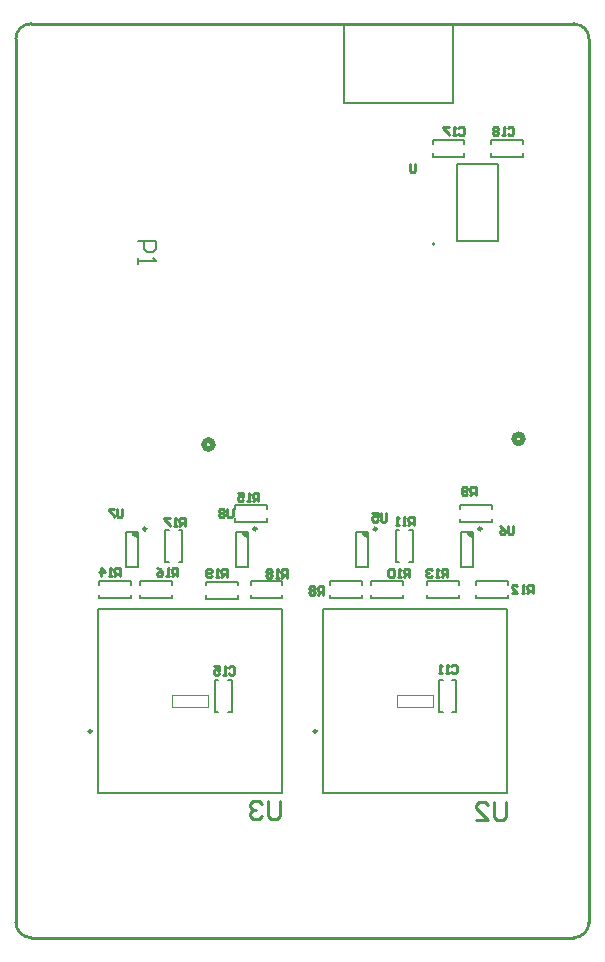
<source format=gbo>
G04*
G04 #@! TF.GenerationSoftware,Altium Limited,Altium Designer,24.2.2 (26)*
G04*
G04 Layer_Color=32896*
%FSLAX25Y25*%
%MOIN*%
G70*
G04*
G04 #@! TF.SameCoordinates,3758B99F-9DEC-4DD0-BAA5-DFD1AAF1D411*
G04*
G04*
G04 #@! TF.FilePolarity,Positive*
G04*
G01*
G75*
%ADD10C,0.00984*%
%ADD11C,0.00787*%
%ADD12C,0.02000*%
%ADD13C,0.01000*%
%ADD14C,0.00500*%
%ADD15C,0.00591*%
%ADD60C,0.00300*%
G36*
X1122695Y578047D02*
X1120727D01*
Y577456D01*
X1121908Y576275D01*
X1122695D01*
Y578047D01*
D02*
G37*
G36*
X1159455D02*
X1157487D01*
Y577456D01*
X1158668Y576275D01*
X1159455D01*
Y578047D01*
D02*
G37*
G36*
X1199469D02*
X1197500D01*
Y577456D01*
X1198681Y576275D01*
X1199469D01*
Y578047D01*
D02*
G37*
G36*
X1234455Y578046D02*
X1232487D01*
Y577455D01*
X1233668Y576274D01*
X1234455D01*
Y578046D01*
D02*
G37*
D10*
X1162309Y578932D02*
G03*
X1162309Y578932I-492J0D01*
G01*
X1107325Y511440D02*
G03*
X1107325Y511440I-492J0D01*
G01*
X1125550Y578932D02*
G03*
X1125550Y578932I-492J0D01*
G01*
X1202323D02*
G03*
X1202323Y578932I-492J0D01*
G01*
X1182325Y511440D02*
G03*
X1182325Y511440I-492J0D01*
G01*
X1237309Y578932D02*
G03*
X1237309Y578932I-492J0D01*
G01*
D11*
X1157487Y578047D02*
G03*
X1159258Y576275I1772J0D01*
G01*
X1120727Y578047D02*
G03*
X1122499Y576275I1772J0D01*
G01*
X1197500Y578047D02*
G03*
X1199272Y576275I1772J0D01*
G01*
X1232487Y578046D02*
G03*
X1234258Y576274I1772J0D01*
G01*
X1221630Y673920D02*
G03*
X1221630Y673920I-394J0D01*
G01*
X1155518Y578047D02*
X1159455D01*
X1155518Y566235D02*
X1159455D01*
Y578047D01*
X1155518Y566235D02*
Y578047D01*
X1159258Y576275D02*
X1159455D01*
X1109392Y490731D02*
Y552149D01*
X1170809D01*
Y490731D02*
Y552149D01*
X1109392Y490731D02*
X1170809D01*
X1122499Y576275D02*
X1122695D01*
X1118758Y566235D02*
Y578047D01*
X1122695Y566235D02*
Y578047D01*
X1118758Y566235D02*
X1122695D01*
X1118758Y578047D02*
X1122695D01*
X1199272Y576275D02*
X1199469D01*
X1195532Y566235D02*
Y578047D01*
X1199469Y566235D02*
Y578047D01*
X1195532Y566235D02*
X1199469D01*
X1195532Y578047D02*
X1199469D01*
X1184392Y490731D02*
Y552149D01*
X1245809D01*
Y490731D02*
Y552149D01*
X1184392Y490731D02*
X1245809D01*
X1234258Y576274D02*
X1234455D01*
X1230518Y566235D02*
Y578046D01*
X1234455Y566235D02*
Y578046D01*
X1230518Y566235D02*
X1234455D01*
X1230518Y578046D02*
X1234455D01*
D12*
X1147768Y607050D02*
G03*
X1147768Y607050I-1500J0D01*
G01*
X1251132Y608950D02*
G03*
X1251132Y608950I-1500J0D01*
G01*
D13*
X1246074Y712518D02*
X1246533Y712978D01*
X1247452D01*
X1247911Y712518D01*
Y710682D01*
X1247452Y710222D01*
X1246533D01*
X1246074Y710682D01*
X1245156Y710222D02*
X1244238D01*
X1244697D01*
Y712978D01*
X1245156Y712518D01*
X1242860D02*
X1242401Y712978D01*
X1241483D01*
X1241023Y712518D01*
Y712059D01*
X1241483Y711600D01*
X1241023Y711141D01*
Y710682D01*
X1241483Y710222D01*
X1242401D01*
X1242860Y710682D01*
Y711141D01*
X1242401Y711600D01*
X1242860Y712059D01*
Y712518D01*
X1242401Y711600D02*
X1241483D01*
X1229609Y712518D02*
X1230068Y712978D01*
X1230987D01*
X1231446Y712518D01*
Y710682D01*
X1230987Y710222D01*
X1230068D01*
X1229609Y710682D01*
X1228691Y710222D02*
X1227773D01*
X1228232D01*
Y712978D01*
X1228691Y712518D01*
X1226395Y712978D02*
X1224559D01*
Y712518D01*
X1226395Y710682D01*
Y710222D01*
X1162852Y588080D02*
Y590835D01*
X1161475D01*
X1161016Y590376D01*
Y589457D01*
X1161475Y588998D01*
X1162852D01*
X1161934D02*
X1161016Y588080D01*
X1160097D02*
X1159179D01*
X1159638D01*
Y590835D01*
X1160097Y590376D01*
X1155965Y590835D02*
X1157802D01*
Y589457D01*
X1156883Y589916D01*
X1156424D01*
X1155965Y589457D01*
Y588539D01*
X1156424Y588080D01*
X1157342D01*
X1157802Y588539D01*
X1138411Y579911D02*
Y582666D01*
X1137033D01*
X1136574Y582207D01*
Y581289D01*
X1137033Y580830D01*
X1138411D01*
X1137493D02*
X1136574Y579911D01*
X1135656D02*
X1134738D01*
X1135197D01*
Y582666D01*
X1135656Y582207D01*
X1133360Y582666D02*
X1131523D01*
Y582207D01*
X1133360Y580371D01*
Y579911D01*
X1135944Y563123D02*
Y565878D01*
X1134566D01*
X1134107Y565418D01*
Y564500D01*
X1134566Y564041D01*
X1135944D01*
X1135026D02*
X1134107Y563123D01*
X1133189D02*
X1132271D01*
X1132730D01*
Y565878D01*
X1133189Y565418D01*
X1129056Y565878D02*
X1129975Y565418D01*
X1130893Y564500D01*
Y563582D01*
X1130434Y563123D01*
X1129515D01*
X1129056Y563582D01*
Y564041D01*
X1129515Y564500D01*
X1130893D01*
X1152444Y562822D02*
Y565578D01*
X1151066D01*
X1150607Y565118D01*
Y564200D01*
X1151066Y563741D01*
X1152444D01*
X1151525D02*
X1150607Y562822D01*
X1149689D02*
X1148771D01*
X1149230D01*
Y565578D01*
X1149689Y565118D01*
X1147393Y563282D02*
X1146934Y562822D01*
X1146015D01*
X1145556Y563282D01*
Y565118D01*
X1146015Y565578D01*
X1146934D01*
X1147393Y565118D01*
Y564659D01*
X1146934Y564200D01*
X1145556D01*
X1154300Y585655D02*
Y583359D01*
X1153841Y582900D01*
X1152923D01*
X1152463Y583359D01*
Y585655D01*
X1151545Y585196D02*
X1151086Y585655D01*
X1150167D01*
X1149708Y585196D01*
Y584737D01*
X1150167Y584277D01*
X1149708Y583818D01*
Y583359D01*
X1150167Y582900D01*
X1151086D01*
X1151545Y583359D01*
Y583818D01*
X1151086Y584277D01*
X1151545Y584737D01*
Y585196D01*
X1151086Y584277D02*
X1150167D01*
X1172444Y562722D02*
Y565478D01*
X1171066D01*
X1170607Y565018D01*
Y564100D01*
X1171066Y563641D01*
X1172444D01*
X1171525D02*
X1170607Y562722D01*
X1169689D02*
X1168771D01*
X1169230D01*
Y565478D01*
X1169689Y565018D01*
X1167393D02*
X1166934Y565478D01*
X1166015D01*
X1165556Y565018D01*
Y564559D01*
X1166015Y564100D01*
X1165556Y563641D01*
Y563182D01*
X1166015Y562722D01*
X1166934D01*
X1167393Y563182D01*
Y563641D01*
X1166934Y564100D01*
X1167393Y564559D01*
Y565018D01*
X1166934Y564100D02*
X1166015D01*
X1213144Y562922D02*
Y565678D01*
X1211766D01*
X1211307Y565218D01*
Y564300D01*
X1211766Y563841D01*
X1213144D01*
X1212226D02*
X1211307Y562922D01*
X1210389D02*
X1209470D01*
X1209930D01*
Y565678D01*
X1210389Y565218D01*
X1208093D02*
X1207634Y565678D01*
X1206715D01*
X1206256Y565218D01*
Y563382D01*
X1206715Y562922D01*
X1207634D01*
X1208093Y563382D01*
Y565218D01*
X1170198Y488299D02*
Y483301D01*
X1169199Y482301D01*
X1167199D01*
X1166200Y483301D01*
Y488299D01*
X1164200Y487299D02*
X1163201Y488299D01*
X1161201D01*
X1160202Y487299D01*
Y486300D01*
X1161201Y485300D01*
X1162201D01*
X1161201D01*
X1160202Y484300D01*
Y483301D01*
X1161201Y482301D01*
X1163201D01*
X1164200Y483301D01*
X1245398Y487999D02*
Y483001D01*
X1244399Y482001D01*
X1242399D01*
X1241400Y483001D01*
Y487999D01*
X1235402Y482001D02*
X1239400D01*
X1235402Y486000D01*
Y486999D01*
X1236401Y487999D01*
X1238401D01*
X1239400Y486999D01*
X1215200Y700555D02*
Y698259D01*
X1214741Y697800D01*
X1213822D01*
X1213363Y698259D01*
Y700555D01*
X1117600Y585655D02*
Y583359D01*
X1117141Y582900D01*
X1116222D01*
X1115763Y583359D01*
Y585655D01*
X1114845D02*
X1113008D01*
Y585196D01*
X1114845Y583359D01*
Y582900D01*
X1247896Y579826D02*
Y577530D01*
X1247437Y577071D01*
X1246518D01*
X1246059Y577530D01*
Y579826D01*
X1243304D02*
X1244223Y579366D01*
X1245141Y578448D01*
Y577530D01*
X1244682Y577071D01*
X1243763D01*
X1243304Y577530D01*
Y577989D01*
X1243763Y578448D01*
X1245141D01*
X1205496Y584119D02*
Y581823D01*
X1205037Y581363D01*
X1204118D01*
X1203659Y581823D01*
Y584119D01*
X1200904D02*
X1202741D01*
Y582741D01*
X1201822Y583200D01*
X1201363D01*
X1200904Y582741D01*
Y581823D01*
X1201363Y581363D01*
X1202282D01*
X1202741Y581823D01*
X1116796Y563123D02*
Y565878D01*
X1115419D01*
X1114960Y565418D01*
Y564500D01*
X1115419Y564041D01*
X1116796D01*
X1115878D02*
X1114960Y563123D01*
X1114041D02*
X1113123D01*
X1113582D01*
Y565878D01*
X1114041Y565418D01*
X1110368Y563123D02*
Y565878D01*
X1111745Y564500D01*
X1109909D01*
X1225844Y562822D02*
Y565578D01*
X1224466D01*
X1224007Y565118D01*
Y564200D01*
X1224466Y563741D01*
X1225844D01*
X1224926D02*
X1224007Y562822D01*
X1223089D02*
X1222171D01*
X1222630D01*
Y565578D01*
X1223089Y565118D01*
X1220793D02*
X1220334Y565578D01*
X1219415D01*
X1218956Y565118D01*
Y564659D01*
X1219415Y564200D01*
X1219875D01*
X1219415D01*
X1218956Y563741D01*
Y563282D01*
X1219415Y562822D01*
X1220334D01*
X1220793Y563282D01*
X1254344Y557463D02*
Y560218D01*
X1252966D01*
X1252507Y559759D01*
Y558840D01*
X1252966Y558381D01*
X1254344D01*
X1253426D02*
X1252507Y557463D01*
X1251589D02*
X1250671D01*
X1251130D01*
Y560218D01*
X1251589Y559759D01*
X1247456Y557463D02*
X1249293D01*
X1247456Y559299D01*
Y559759D01*
X1247915Y560218D01*
X1248834D01*
X1249293Y559759D01*
X1214685Y580123D02*
Y582878D01*
X1213307D01*
X1212848Y582418D01*
Y581500D01*
X1213307Y581041D01*
X1214685D01*
X1213766D02*
X1212848Y580123D01*
X1211930D02*
X1211011D01*
X1211471D01*
Y582878D01*
X1211930Y582418D01*
X1209634Y580123D02*
X1208715D01*
X1209175D01*
Y582878D01*
X1209634Y582418D01*
X1235300Y590100D02*
Y592855D01*
X1233922D01*
X1233463Y592396D01*
Y591477D01*
X1233922Y591018D01*
X1235300D01*
X1234382D02*
X1233463Y590100D01*
X1232545Y590559D02*
X1232086Y590100D01*
X1231168D01*
X1230708Y590559D01*
Y592396D01*
X1231168Y592855D01*
X1232086D01*
X1232545Y592396D01*
Y591937D01*
X1232086Y591477D01*
X1230708D01*
X1184496Y557026D02*
Y559781D01*
X1183118D01*
X1182659Y559321D01*
Y558403D01*
X1183118Y557944D01*
X1184496D01*
X1183578D02*
X1182659Y557026D01*
X1181741Y559321D02*
X1181282Y559781D01*
X1180363D01*
X1179904Y559321D01*
Y558862D01*
X1180363Y558403D01*
X1179904Y557944D01*
Y557485D01*
X1180363Y557026D01*
X1181282D01*
X1181741Y557485D01*
Y557944D01*
X1181282Y558403D01*
X1181741Y558862D01*
Y559321D01*
X1181282Y558403D02*
X1180363D01*
X1153107Y532618D02*
X1153566Y533078D01*
X1154485D01*
X1154944Y532618D01*
Y530782D01*
X1154485Y530323D01*
X1153566D01*
X1153107Y530782D01*
X1152189Y530323D02*
X1151270D01*
X1151730D01*
Y533078D01*
X1152189Y532618D01*
X1148056Y533078D02*
X1149893D01*
Y531700D01*
X1148975Y532159D01*
X1148515D01*
X1148056Y531700D01*
Y530782D01*
X1148515Y530323D01*
X1149434D01*
X1149893Y530782D01*
X1227248Y533118D02*
X1227707Y533578D01*
X1228625D01*
X1229085Y533118D01*
Y531282D01*
X1228625Y530823D01*
X1227707D01*
X1227248Y531282D01*
X1226330Y530823D02*
X1225411D01*
X1225871D01*
Y533578D01*
X1226330Y533118D01*
X1224034Y530823D02*
X1223115D01*
X1223575D01*
Y533578D01*
X1224034Y533118D01*
X1087100Y747300D02*
G03*
X1082100Y742300I0J-5000D01*
G01*
X1273100D02*
G03*
X1268100Y747300I-5000J0D01*
G01*
Y442700D02*
G03*
X1273100Y447700I0J5000D01*
G01*
X1082100D02*
G03*
X1087100Y442700I5000J0D01*
G01*
X1082100Y737121D02*
Y742300D01*
X1087100Y747300D02*
X1268100D01*
X1273100Y447841D02*
Y742300D01*
Y447700D02*
Y447841D01*
X1087100Y442700D02*
X1268100D01*
X1082100Y447700D02*
Y737121D01*
D14*
X1242890Y674905D02*
Y700495D01*
X1229110D02*
X1242890D01*
X1229110Y674905D02*
Y700495D01*
Y674905D02*
X1242890D01*
D15*
X1251015Y707375D02*
Y708654D01*
X1240385D02*
X1251015D01*
X1240385Y707375D02*
Y708654D01*
Y702946D02*
Y704225D01*
Y702946D02*
X1251015D01*
Y704225D01*
X1231615Y707375D02*
Y708654D01*
X1220985D02*
X1231615D01*
X1220985Y707375D02*
Y708654D01*
Y702946D02*
Y704225D01*
Y702946D02*
X1231615D01*
Y704225D01*
X1155053Y585568D02*
Y586847D01*
X1165683D01*
Y585568D02*
Y586847D01*
Y581139D02*
Y582418D01*
X1155053Y581139D02*
X1165683D01*
X1155053D02*
Y582418D01*
X1131872Y567885D02*
X1133152D01*
X1131872D02*
Y578515D01*
X1133152D01*
X1136302D02*
X1137581D01*
Y567885D02*
Y578515D01*
X1136302Y567885D02*
X1137581D01*
X1123585Y560176D02*
Y561456D01*
X1134215D01*
Y560176D02*
Y561456D01*
Y555747D02*
Y557027D01*
X1123585Y555747D02*
X1134215D01*
X1123585D02*
Y557027D01*
X1145368Y560075D02*
Y561354D01*
X1155999D01*
Y560075D02*
Y561354D01*
Y555646D02*
Y556925D01*
X1145368Y555646D02*
X1155999D01*
X1145368D02*
Y556925D01*
X1160301Y560205D02*
Y561484D01*
X1170931D01*
Y560205D02*
Y561484D01*
Y555776D02*
Y557055D01*
X1160301Y555776D02*
X1170931D01*
X1160301D02*
Y557055D01*
X1200384Y560175D02*
Y561454D01*
X1211014D01*
Y560175D02*
Y561454D01*
Y555746D02*
Y557025D01*
X1200384Y555746D02*
X1211014D01*
X1200384D02*
Y557025D01*
X1219257Y555746D02*
Y557025D01*
Y555746D02*
X1229887D01*
Y557025D01*
Y560175D02*
Y561454D01*
X1219257D02*
X1229887D01*
X1219257Y560175D02*
Y561454D01*
X1109873Y555747D02*
Y557027D01*
Y555747D02*
X1120502D01*
Y557027D01*
Y560176D02*
Y561456D01*
X1109873D02*
X1120502D01*
X1109873Y560176D02*
Y561456D01*
X1230005Y581107D02*
Y582387D01*
Y581107D02*
X1240635D01*
Y582387D01*
Y585536D02*
Y586816D01*
X1230005D02*
X1240635D01*
X1230005Y585536D02*
Y586816D01*
X1213075Y567885D02*
X1214354D01*
Y578515D01*
X1213075D02*
X1214354D01*
X1208646D02*
X1209925D01*
X1208646Y567885D02*
Y578515D01*
Y567885D02*
X1209925D01*
X1186672Y555746D02*
Y557025D01*
Y555746D02*
X1197302D01*
Y557025D01*
Y560175D02*
Y561454D01*
X1186672D02*
X1197302D01*
X1186672Y560175D02*
Y561454D01*
X1235376Y555746D02*
Y557025D01*
Y555746D02*
X1246006D01*
Y557025D01*
Y560175D02*
Y561454D01*
X1235376D02*
X1246006D01*
X1235376Y560175D02*
Y561454D01*
X1148346Y528615D02*
X1149625D01*
X1148346Y517985D02*
Y528615D01*
Y517985D02*
X1149625D01*
X1152775D02*
X1154054D01*
Y528615D01*
X1152775D02*
X1154054D01*
X1227475D02*
X1228754D01*
Y517985D02*
Y528615D01*
X1227475Y517985D02*
X1228754D01*
X1223046D02*
X1224325D01*
X1223046D02*
Y528615D01*
X1224325D01*
X1191310Y720818D02*
X1227687D01*
X1191310D02*
Y747196D01*
X1227687Y720818D02*
Y747196D01*
X1122861Y675036D02*
X1128765D01*
Y672084D01*
X1127781Y671100D01*
X1125813D01*
X1124829Y672084D01*
Y675036D01*
X1122861Y669132D02*
Y667164D01*
Y668148D01*
X1128765D01*
X1127781Y669132D01*
D60*
X1134101Y519440D02*
Y523440D01*
Y519440D02*
X1146101D01*
Y523440D01*
X1134101D02*
X1146101D01*
X1209101Y519440D02*
Y523440D01*
Y519440D02*
X1221101D01*
Y523440D01*
X1209101D02*
X1221101D01*
M02*

</source>
